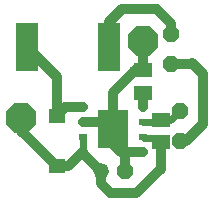
<source format=gbr>
G04 EAGLE Gerber X2 export*
%TF.Part,Single*%
%TF.FileFunction,Copper,L2,Bot,Mixed*%
%TF.FilePolarity,Positive*%
%TF.GenerationSoftware,Autodesk,EAGLE,8.6.3*%
%TF.CreationDate,2018-02-24T21:50:36Z*%
G75*
%MOMM*%
%FSLAX34Y34*%
%LPD*%
%AMOC8*
5,1,8,0,0,1.08239X$1,22.5*%
G01*
%ADD10P,1.429621X8X22.500000*%
%ADD11C,1.320800*%
%ADD12R,1.500000X1.300000*%
%ADD13R,1.470000X1.270000*%
%ADD14P,2.749271X8X22.500000*%
%ADD15P,1.429621X8X292.500000*%
%ADD16P,1.429621X8X112.500000*%
%ADD17R,2.540000X3.302000*%
%ADD18R,0.762000X0.508000*%
%ADD19R,1.910000X4.060000*%
%ADD20C,0.812800*%
%ADD21C,0.609600*%


D10*
X11888Y-46424D03*
D11*
X-8432Y-46424D03*
D12*
X27132Y20116D03*
X27132Y39116D03*
D13*
X-45530Y828D03*
X-45530Y-42172D03*
D14*
X27644Y63672D03*
D15*
X58688Y4960D03*
X58688Y-20440D03*
D16*
X51457Y44833D03*
X51457Y70233D03*
D12*
X42572Y-21924D03*
X42572Y-2924D03*
D17*
X1900Y-10900D03*
D18*
X27300Y-4550D03*
X27300Y-17250D03*
X27300Y8150D03*
X27300Y-29950D03*
X-23500Y-29950D03*
X-23500Y-17250D03*
X-23500Y-4550D03*
X-23500Y8150D03*
D14*
X-75504Y-1268D03*
D19*
X-1100Y58757D03*
X-70900Y58757D03*
D20*
X58688Y-20440D02*
X63560Y-20440D01*
X78000Y-6000D01*
X78000Y36000D01*
X69000Y45000D01*
X68833Y44833D01*
X51457Y44833D01*
X-4450Y-4550D02*
X-23500Y-4550D01*
X-4450Y-4550D02*
X1900Y-10900D01*
X8950Y-29950D02*
X27300Y-29950D01*
X1900Y-22900D02*
X1900Y-10900D01*
X1900Y-22900D02*
X8950Y-29950D01*
X11888Y-32888D02*
X11888Y-46424D01*
X11888Y-32888D02*
X8950Y-29950D01*
X27132Y39116D02*
X27132Y63160D01*
X27644Y63672D01*
X27132Y39116D02*
X21116Y39116D01*
X1900Y19900D02*
X1900Y-10900D01*
X1900Y19900D02*
X21116Y39116D01*
D21*
X-23500Y-17250D02*
X-23500Y-29950D01*
D20*
X-23500Y-31356D02*
X-8432Y-46424D01*
X-23500Y-31356D02*
X-23500Y-29950D01*
X-35722Y-42172D01*
X-45530Y-42172D01*
X-75504Y-12198D02*
X-75504Y-1268D01*
X-75504Y-12198D02*
X-45530Y-42172D01*
D21*
X38648Y-18000D02*
X42572Y-21924D01*
X28050Y-18000D02*
X27300Y-17250D01*
X28050Y-18000D02*
X38648Y-18000D01*
D20*
X-8432Y-46424D02*
X-8432Y-56568D01*
X0Y-65000D01*
X22000Y-65000D01*
X42572Y-44428D02*
X42572Y-21924D01*
X42572Y-44428D02*
X22000Y-65000D01*
X27300Y8150D02*
X27300Y19948D01*
X27132Y20116D01*
D21*
X27300Y-4550D02*
X40946Y-4550D01*
X42572Y-2924D01*
X50804Y-2924D01*
X58688Y4960D01*
D20*
X-38209Y8150D02*
X-45530Y828D01*
X-38209Y8150D02*
X-23500Y8150D01*
X-45530Y33388D02*
X-70900Y58757D01*
X-45530Y33388D02*
X-45530Y828D01*
X51457Y70233D02*
X51457Y78543D01*
X39000Y91000D01*
X10000Y91000D01*
X-1100Y79900D02*
X-1100Y58757D01*
X-1100Y79900D02*
X10000Y91000D01*
M02*

</source>
